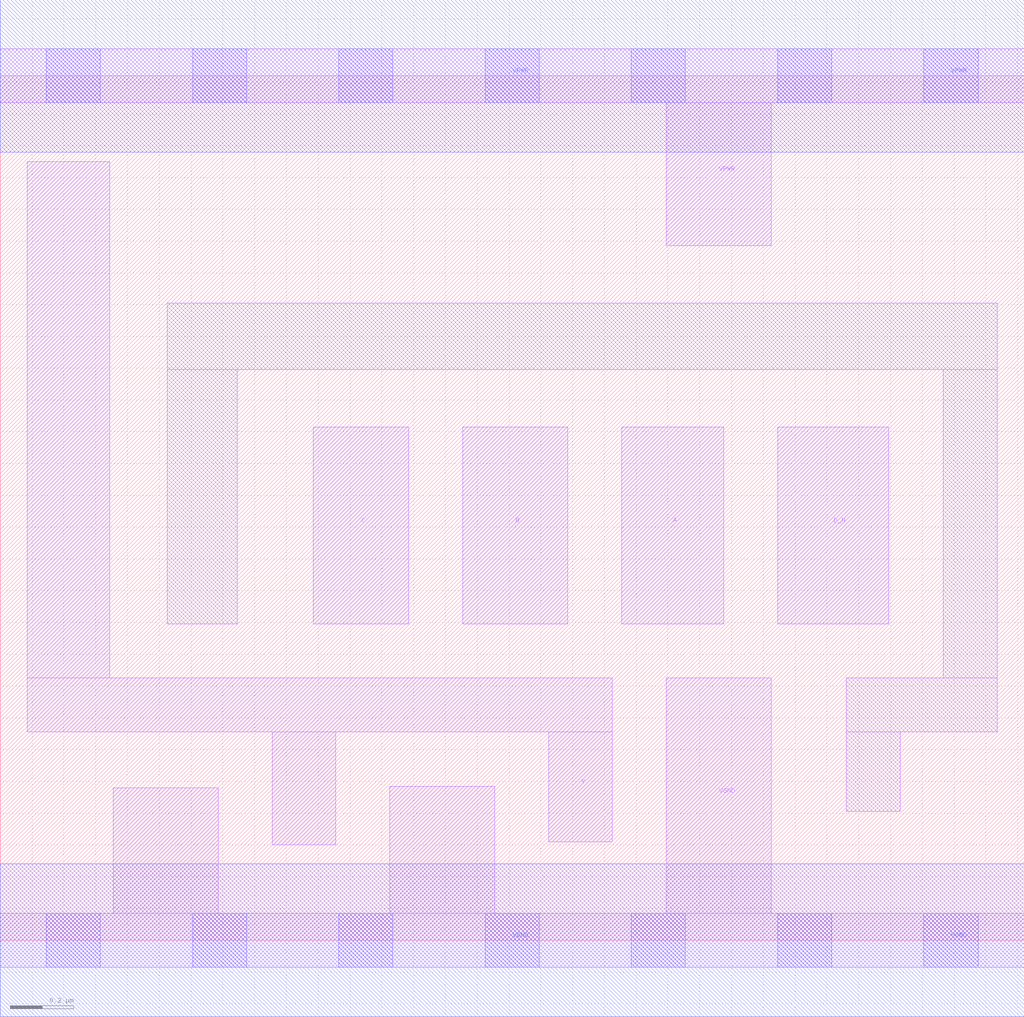
<source format=lef>
# Copyright 2020 The SkyWater PDK Authors
#
# Licensed under the Apache License, Version 2.0 (the "License");
# you may not use this file except in compliance with the License.
# You may obtain a copy of the License at
#
#     https://www.apache.org/licenses/LICENSE-2.0
#
# Unless required by applicable law or agreed to in writing, software
# distributed under the License is distributed on an "AS IS" BASIS,
# WITHOUT WARRANTIES OR CONDITIONS OF ANY KIND, either express or implied.
# See the License for the specific language governing permissions and
# limitations under the License.
#
# SPDX-License-Identifier: Apache-2.0

VERSION 5.7 ;
  NAMESCASESENSITIVE ON ;
  NOWIREEXTENSIONATPIN ON ;
  DIVIDERCHAR "/" ;
  BUSBITCHARS "[]" ;
UNITS
  DATABASE MICRONS 200 ;
END UNITS
MACRO sky130_fd_sc_hd__nor4b_1
  CLASS CORE ;
  SOURCE USER ;
  FOREIGN sky130_fd_sc_hd__nor4b_1 ;
  ORIGIN  0.000000  0.000000 ;
  SIZE  3.220000 BY  2.720000 ;
  SYMMETRY X Y R90 ;
  SITE unithd ;
  PIN A
    ANTENNAGATEAREA  0.247500 ;
    DIRECTION INPUT ;
    USE SIGNAL ;
    PORT
      LAYER li1 ;
        RECT 1.955000 0.995000 2.275000 1.615000 ;
    END
  END A
  PIN B
    ANTENNAGATEAREA  0.247500 ;
    DIRECTION INPUT ;
    USE SIGNAL ;
    PORT
      LAYER li1 ;
        RECT 1.455000 0.995000 1.785000 1.615000 ;
    END
  END B
  PIN C
    ANTENNAGATEAREA  0.247500 ;
    DIRECTION INPUT ;
    USE SIGNAL ;
    PORT
      LAYER li1 ;
        RECT 0.985000 0.995000 1.285000 1.615000 ;
    END
  END C
  PIN D_N
    ANTENNAGATEAREA  0.126000 ;
    DIRECTION INPUT ;
    USE SIGNAL ;
    PORT
      LAYER li1 ;
        RECT 2.445000 0.995000 2.795000 1.615000 ;
    END
  END D_N
  PIN Y
    ANTENNADIFFAREA  0.871000 ;
    DIRECTION OUTPUT ;
    USE SIGNAL ;
    PORT
      LAYER li1 ;
        RECT 0.085000 0.655000 1.925000 0.825000 ;
        RECT 0.085000 0.825000 0.345000 2.450000 ;
        RECT 0.855000 0.300000 1.055000 0.655000 ;
        RECT 1.725000 0.310000 1.925000 0.655000 ;
    END
  END Y
  PIN VGND
    DIRECTION INOUT ;
    SHAPE ABUTMENT ;
    USE GROUND ;
    PORT
      LAYER li1 ;
        RECT 0.000000 -0.085000 3.220000 0.085000 ;
        RECT 0.355000  0.085000 0.685000 0.480000 ;
        RECT 1.225000  0.085000 1.555000 0.485000 ;
        RECT 2.095000  0.085000 2.425000 0.825000 ;
      LAYER mcon ;
        RECT 0.145000 -0.085000 0.315000 0.085000 ;
        RECT 0.605000 -0.085000 0.775000 0.085000 ;
        RECT 1.065000 -0.085000 1.235000 0.085000 ;
        RECT 1.525000 -0.085000 1.695000 0.085000 ;
        RECT 1.985000 -0.085000 2.155000 0.085000 ;
        RECT 2.445000 -0.085000 2.615000 0.085000 ;
        RECT 2.905000 -0.085000 3.075000 0.085000 ;
      LAYER met1 ;
        RECT 0.000000 -0.240000 3.220000 0.240000 ;
    END
  END VGND
  PIN VPWR
    DIRECTION INOUT ;
    SHAPE ABUTMENT ;
    USE POWER ;
    PORT
      LAYER li1 ;
        RECT 0.000000 2.635000 3.220000 2.805000 ;
        RECT 2.095000 2.185000 2.425000 2.635000 ;
      LAYER mcon ;
        RECT 0.145000 2.635000 0.315000 2.805000 ;
        RECT 0.605000 2.635000 0.775000 2.805000 ;
        RECT 1.065000 2.635000 1.235000 2.805000 ;
        RECT 1.525000 2.635000 1.695000 2.805000 ;
        RECT 1.985000 2.635000 2.155000 2.805000 ;
        RECT 2.445000 2.635000 2.615000 2.805000 ;
        RECT 2.905000 2.635000 3.075000 2.805000 ;
      LAYER met1 ;
        RECT 0.000000 2.480000 3.220000 2.960000 ;
    END
  END VPWR
  OBS
    LAYER li1 ;
      RECT 0.525000 0.995000 0.745000 1.795000 ;
      RECT 0.525000 1.795000 3.135000 2.005000 ;
      RECT 2.660000 0.405000 2.830000 0.655000 ;
      RECT 2.660000 0.655000 3.135000 0.825000 ;
      RECT 2.965000 0.825000 3.135000 1.795000 ;
  END
END sky130_fd_sc_hd__nor4b_1

</source>
